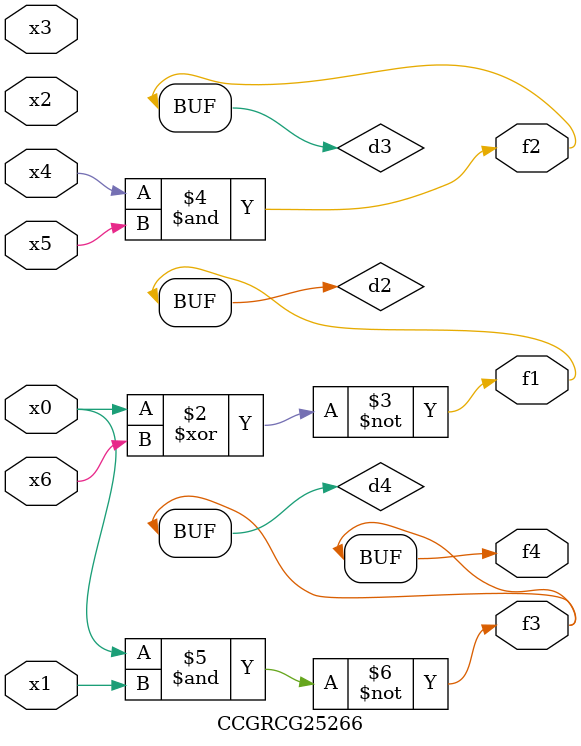
<source format=v>
module CCGRCG25266(
	input x0, x1, x2, x3, x4, x5, x6,
	output f1, f2, f3, f4
);

	wire d1, d2, d3, d4;

	nor (d1, x0);
	xnor (d2, x0, x6);
	and (d3, x4, x5);
	nand (d4, x0, x1);
	assign f1 = d2;
	assign f2 = d3;
	assign f3 = d4;
	assign f4 = d4;
endmodule

</source>
